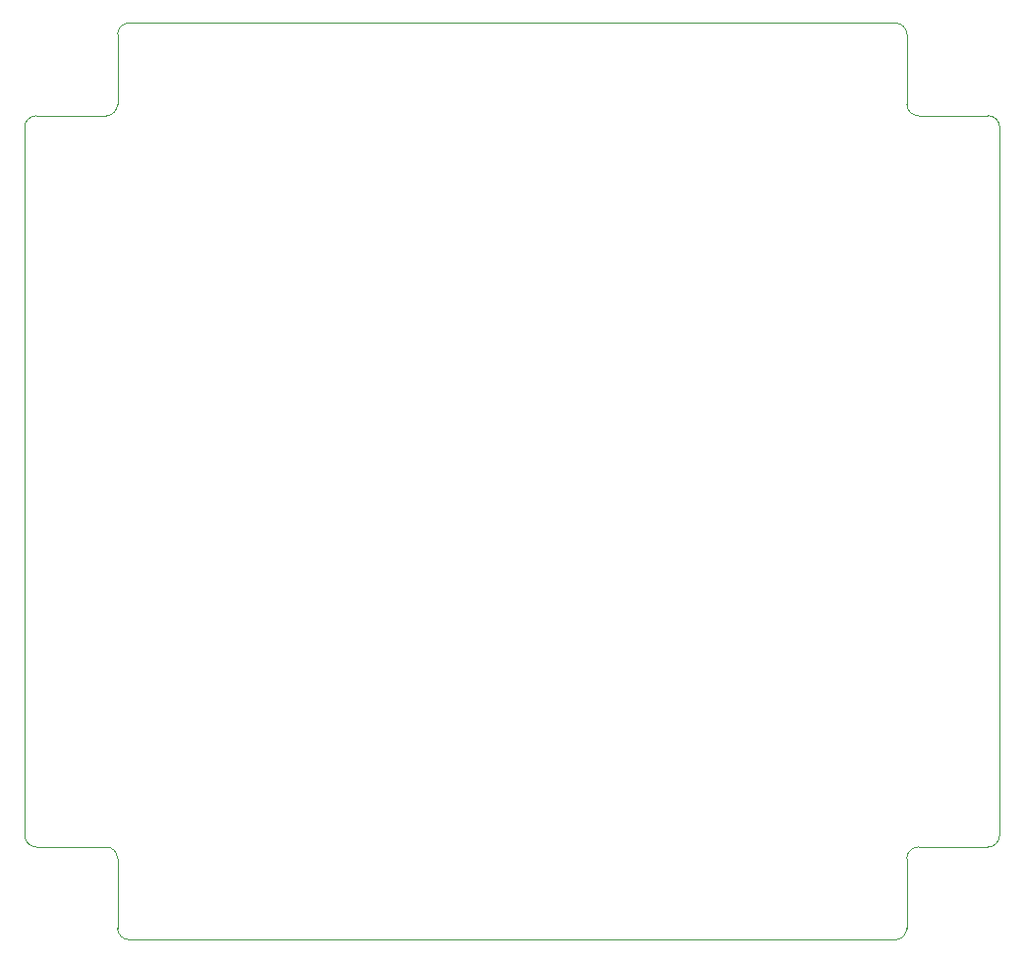
<source format=gm1>
G04 #@! TF.GenerationSoftware,KiCad,Pcbnew,(5.1.4)-1*
G04 #@! TF.CreationDate,2019-11-20T08:15:06+01:00*
G04 #@! TF.ProjectId,hardware_4850,68617264-7761-4726-955f-343835302e6b,rev?*
G04 #@! TF.SameCoordinates,Original*
G04 #@! TF.FileFunction,Profile,NP*
%FSLAX46Y46*%
G04 Gerber Fmt 4.6, Leading zero omitted, Abs format (unit mm)*
G04 Created by KiCad (PCBNEW (5.1.4)-1) date 2019-11-20 08:15:06*
%MOMM*%
%LPD*%
G04 APERTURE LIST*
%ADD10C,0.050000*%
G04 APERTURE END LIST*
D10*
X188250000Y-60000000D02*
X188250000Y-66000000D01*
X188250000Y-66000000D02*
G75*
G02X187250000Y-67000000I-1000000J0D01*
G01*
X187250000Y-67000000D02*
X181250000Y-67000000D01*
X188250000Y-60000000D02*
G75*
G02X189250000Y-59000000I1000000J0D01*
G01*
X180250000Y-68000000D02*
G75*
G02X181250000Y-67000000I1000000J0D01*
G01*
X188250000Y-131000000D02*
X188250000Y-137000000D01*
X181250000Y-130000000D02*
X187250000Y-130000000D01*
X187250000Y-130000000D02*
G75*
G02X188250000Y-131000000I0J-1000000D01*
G01*
X189250000Y-138000000D02*
G75*
G02X188250000Y-137000000I0J1000000D01*
G01*
X181250000Y-130000000D02*
G75*
G02X180250000Y-129000000I0J1000000D01*
G01*
X264250000Y-129000000D02*
G75*
G02X263250000Y-130000000I-1000000J0D01*
G01*
X257250000Y-130000000D02*
X263250000Y-130000000D01*
X256250000Y-137000000D02*
G75*
G02X255250000Y-138000000I-1000000J0D01*
G01*
X256250000Y-131000000D02*
G75*
G02X257250000Y-130000000I1000000J0D01*
G01*
X256250000Y-137000000D02*
X256250000Y-131000000D01*
X256250000Y-66000000D02*
X256250000Y-60000000D01*
X263250000Y-67000000D02*
X257250000Y-67000000D01*
X255250000Y-59000000D02*
G75*
G02X256250000Y-60000000I0J-1000000D01*
G01*
X257250000Y-67000000D02*
G75*
G02X256250000Y-66000000I0J1000000D01*
G01*
X263250000Y-67000000D02*
G75*
G02X264250000Y-68000000I0J-1000000D01*
G01*
X180250000Y-129000000D02*
X180250000Y-68000000D01*
X264250000Y-108000000D02*
X264250000Y-68000000D01*
X189250000Y-59000000D02*
X255250000Y-59000000D01*
X264250000Y-129000000D02*
X264250000Y-108000000D01*
X255250000Y-138000000D02*
X189250000Y-138000000D01*
M02*

</source>
